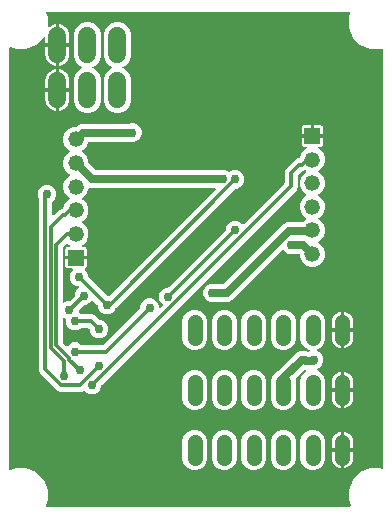
<source format=gbr>
G04 EAGLE Gerber X2 export*
%TF.Part,Single*%
%TF.FileFunction,Copper,L2,Bot,Mixed*%
%TF.FilePolarity,Positive*%
%TF.GenerationSoftware,Autodesk,EAGLE,9.1.0*%
%TF.CreationDate,2018-12-20T05:45:18Z*%
G75*
%MOMM*%
%FSLAX34Y34*%
%LPD*%
%AMOC8*
5,1,8,0,0,1.08239X$1,22.5*%
G01*
%ADD10R,1.320800X1.320800*%
%ADD11C,1.320800*%
%ADD12C,1.308000*%
%ADD13C,1.524000*%
%ADD14C,0.756400*%
%ADD15C,0.700000*%
%ADD16C,0.300000*%

G36*
X298454Y10168D02*
X298454Y10168D01*
X298500Y10166D01*
X298574Y10188D01*
X298651Y10200D01*
X298692Y10222D01*
X298736Y10235D01*
X298800Y10279D01*
X298869Y10316D01*
X298900Y10349D01*
X298938Y10375D01*
X298984Y10438D01*
X299038Y10494D01*
X299057Y10536D01*
X299085Y10572D01*
X299109Y10646D01*
X299142Y10717D01*
X299147Y10763D01*
X299161Y10806D01*
X299160Y10884D01*
X299169Y10961D01*
X299159Y11006D01*
X299159Y11052D01*
X299120Y11184D01*
X299116Y11202D01*
X299114Y11206D01*
X299112Y11213D01*
X297339Y15493D01*
X297339Y24507D01*
X300789Y32836D01*
X307164Y39211D01*
X315493Y42661D01*
X324507Y42661D01*
X325687Y42172D01*
X325731Y42162D01*
X325773Y42142D01*
X325850Y42134D01*
X325926Y42116D01*
X325972Y42120D01*
X326017Y42115D01*
X326094Y42132D01*
X326171Y42139D01*
X326213Y42158D01*
X326258Y42168D01*
X326325Y42208D01*
X326396Y42239D01*
X326430Y42270D01*
X326469Y42294D01*
X326520Y42353D01*
X326577Y42406D01*
X326599Y42446D01*
X326629Y42481D01*
X326658Y42553D01*
X326695Y42621D01*
X326704Y42666D01*
X326721Y42709D01*
X326736Y42845D01*
X326739Y42863D01*
X326738Y42868D01*
X326739Y42876D01*
X326739Y397124D01*
X326732Y397170D01*
X326734Y397216D01*
X326712Y397290D01*
X326700Y397367D01*
X326678Y397408D01*
X326665Y397452D01*
X326621Y397516D01*
X326584Y397585D01*
X326551Y397616D01*
X326525Y397654D01*
X326463Y397700D01*
X326406Y397754D01*
X326364Y397773D01*
X326328Y397801D01*
X326254Y397825D01*
X326183Y397858D01*
X326137Y397863D01*
X326094Y397877D01*
X326016Y397876D01*
X325939Y397885D01*
X325894Y397875D01*
X325848Y397874D01*
X325716Y397836D01*
X325698Y397832D01*
X325694Y397830D01*
X325687Y397828D01*
X324507Y397339D01*
X315493Y397339D01*
X307164Y400789D01*
X300789Y407164D01*
X297339Y415493D01*
X297339Y424507D01*
X298698Y427787D01*
X298708Y427831D01*
X298727Y427873D01*
X298736Y427950D01*
X298754Y428026D01*
X298749Y428072D01*
X298754Y428117D01*
X298738Y428194D01*
X298731Y428271D01*
X298712Y428313D01*
X298702Y428358D01*
X298662Y428425D01*
X298631Y428496D01*
X298600Y428530D01*
X298576Y428569D01*
X298517Y428620D01*
X298464Y428677D01*
X298424Y428699D01*
X298389Y428729D01*
X298317Y428758D01*
X298249Y428795D01*
X298204Y428804D01*
X298161Y428821D01*
X298025Y428836D01*
X298007Y428839D01*
X298002Y428838D01*
X297994Y428839D01*
X42006Y428839D01*
X41960Y428832D01*
X41915Y428834D01*
X41840Y428812D01*
X41763Y428800D01*
X41722Y428778D01*
X41678Y428765D01*
X41614Y428721D01*
X41546Y428684D01*
X41514Y428651D01*
X41476Y428625D01*
X41430Y428562D01*
X41376Y428506D01*
X41357Y428464D01*
X41330Y428428D01*
X41305Y428354D01*
X41273Y428283D01*
X41268Y428237D01*
X41253Y428194D01*
X41254Y428116D01*
X41246Y428039D01*
X41255Y427994D01*
X41256Y427948D01*
X41294Y427816D01*
X41298Y427798D01*
X41300Y427794D01*
X41302Y427787D01*
X42661Y424507D01*
X42661Y416688D01*
X42672Y416617D01*
X42674Y416546D01*
X42692Y416497D01*
X42700Y416445D01*
X42734Y416382D01*
X42759Y416315D01*
X42791Y416274D01*
X42816Y416228D01*
X42867Y416179D01*
X42912Y416122D01*
X42956Y416094D01*
X42994Y416058D01*
X43059Y416028D01*
X43119Y415990D01*
X43170Y415977D01*
X43217Y415955D01*
X43288Y415947D01*
X43358Y415929D01*
X43410Y415934D01*
X43461Y415928D01*
X43532Y415943D01*
X43603Y415949D01*
X43651Y415969D01*
X43702Y415980D01*
X43763Y416017D01*
X43829Y416045D01*
X43885Y416090D01*
X43913Y416106D01*
X43928Y416124D01*
X43960Y416150D01*
X44181Y416370D01*
X45475Y417310D01*
X46900Y418036D01*
X48421Y418531D01*
X49277Y418666D01*
X49277Y402523D01*
X40639Y402523D01*
X40639Y406785D01*
X40637Y406800D01*
X40638Y406811D01*
X40625Y406872D01*
X40623Y406882D01*
X40614Y406979D01*
X40604Y407002D01*
X40600Y407028D01*
X40554Y407114D01*
X40514Y407203D01*
X40497Y407222D01*
X40484Y407245D01*
X40414Y407312D01*
X40348Y407384D01*
X40325Y407397D01*
X40306Y407415D01*
X40218Y407456D01*
X40132Y407503D01*
X40107Y407507D01*
X40083Y407518D01*
X39986Y407529D01*
X39890Y407546D01*
X39864Y407543D01*
X39839Y407545D01*
X39743Y407525D01*
X39647Y407511D01*
X39624Y407499D01*
X39598Y407493D01*
X39514Y407443D01*
X39428Y407399D01*
X39409Y407380D01*
X39387Y407367D01*
X39324Y407293D01*
X39255Y407223D01*
X39240Y407195D01*
X39227Y407180D01*
X32836Y400789D01*
X24507Y397339D01*
X15493Y397339D01*
X11213Y399112D01*
X11169Y399122D01*
X11127Y399142D01*
X11050Y399150D01*
X10974Y399168D01*
X10928Y399164D01*
X10883Y399169D01*
X10806Y399152D01*
X10729Y399145D01*
X10687Y399126D01*
X10642Y399116D01*
X10575Y399076D01*
X10504Y399045D01*
X10470Y399014D01*
X10431Y398990D01*
X10380Y398931D01*
X10323Y398878D01*
X10301Y398838D01*
X10271Y398803D01*
X10242Y398731D01*
X10205Y398663D01*
X10197Y398620D01*
X10189Y398603D01*
X10188Y398598D01*
X10179Y398575D01*
X10164Y398439D01*
X10161Y398421D01*
X10162Y398416D01*
X10161Y398408D01*
X10161Y41592D01*
X10168Y41546D01*
X10166Y41500D01*
X10188Y41426D01*
X10200Y41349D01*
X10222Y41308D01*
X10235Y41264D01*
X10279Y41200D01*
X10316Y41131D01*
X10349Y41100D01*
X10375Y41062D01*
X10438Y41016D01*
X10494Y40962D01*
X10536Y40943D01*
X10572Y40915D01*
X10646Y40891D01*
X10717Y40858D01*
X10763Y40853D01*
X10806Y40839D01*
X10884Y40840D01*
X10961Y40831D01*
X11006Y40841D01*
X11052Y40841D01*
X11184Y40880D01*
X11202Y40884D01*
X11206Y40886D01*
X11213Y40888D01*
X15493Y42661D01*
X24507Y42661D01*
X32836Y39211D01*
X39211Y32836D01*
X42661Y24507D01*
X42661Y15493D01*
X40888Y11213D01*
X40878Y11169D01*
X40858Y11127D01*
X40850Y11050D01*
X40832Y10974D01*
X40836Y10928D01*
X40831Y10883D01*
X40848Y10806D01*
X40855Y10729D01*
X40874Y10687D01*
X40884Y10642D01*
X40924Y10575D01*
X40955Y10504D01*
X40986Y10470D01*
X41010Y10431D01*
X41069Y10380D01*
X41122Y10323D01*
X41162Y10301D01*
X41197Y10271D01*
X41269Y10242D01*
X41337Y10205D01*
X41382Y10196D01*
X41425Y10179D01*
X41561Y10164D01*
X41579Y10161D01*
X41584Y10162D01*
X41592Y10161D01*
X298408Y10161D01*
X298454Y10168D01*
G37*
%LPC*%
G36*
X78740Y105253D02*
X78740Y105253D01*
X75856Y106448D01*
X74092Y108212D01*
X73998Y108280D01*
X73903Y108350D01*
X73897Y108352D01*
X73892Y108356D01*
X73781Y108390D01*
X73669Y108427D01*
X73663Y108426D01*
X73657Y108428D01*
X73540Y108425D01*
X73423Y108424D01*
X73416Y108422D01*
X73411Y108422D01*
X73393Y108416D01*
X73262Y108377D01*
X71229Y107535D01*
X53181Y107535D01*
X51136Y108382D01*
X35998Y123520D01*
X35151Y125565D01*
X35151Y270342D01*
X35141Y270407D01*
X35140Y270472D01*
X35117Y270552D01*
X35112Y270585D01*
X35102Y270602D01*
X35093Y270633D01*
X34000Y273272D01*
X34000Y276394D01*
X35195Y279278D01*
X37402Y281485D01*
X40286Y282680D01*
X43408Y282680D01*
X46292Y281485D01*
X48499Y279278D01*
X49694Y276394D01*
X49694Y273272D01*
X48499Y270388D01*
X46504Y268393D01*
X46451Y268319D01*
X46391Y268249D01*
X46379Y268219D01*
X46360Y268193D01*
X46333Y268106D01*
X46299Y268021D01*
X46295Y267980D01*
X46288Y267958D01*
X46289Y267926D01*
X46281Y267854D01*
X46281Y257306D01*
X46292Y257236D01*
X46294Y257164D01*
X46312Y257115D01*
X46320Y257064D01*
X46354Y257000D01*
X46379Y256933D01*
X46411Y256892D01*
X46436Y256846D01*
X46488Y256797D01*
X46532Y256741D01*
X46576Y256713D01*
X46614Y256677D01*
X46679Y256647D01*
X46739Y256608D01*
X46790Y256595D01*
X46837Y256573D01*
X46908Y256565D01*
X46978Y256548D01*
X47030Y256552D01*
X47081Y256546D01*
X47152Y256561D01*
X47223Y256567D01*
X47271Y256587D01*
X47322Y256598D01*
X47383Y256635D01*
X47449Y256663D01*
X47505Y256708D01*
X47533Y256724D01*
X47548Y256742D01*
X47580Y256768D01*
X50594Y259782D01*
X52267Y261455D01*
X54312Y262302D01*
X55061Y262302D01*
X55151Y262316D01*
X55242Y262324D01*
X55271Y262336D01*
X55303Y262341D01*
X55344Y262363D01*
X55350Y262364D01*
X55375Y262379D01*
X55384Y262384D01*
X55468Y262420D01*
X55500Y262446D01*
X55521Y262457D01*
X55543Y262480D01*
X55561Y262491D01*
X55571Y262502D01*
X55599Y262525D01*
X55608Y262534D01*
X55652Y262594D01*
X55690Y262635D01*
X55697Y262649D01*
X55721Y262677D01*
X55733Y262708D01*
X55752Y262734D01*
X55779Y262821D01*
X55792Y262855D01*
X55794Y262858D01*
X55794Y262859D01*
X55813Y262906D01*
X55817Y262947D01*
X55824Y262969D01*
X55823Y263001D01*
X55831Y263072D01*
X55831Y263122D01*
X57455Y267043D01*
X60457Y270045D01*
X61065Y270297D01*
X61126Y270334D01*
X61192Y270364D01*
X61230Y270399D01*
X61274Y270426D01*
X61320Y270482D01*
X61373Y270530D01*
X61398Y270576D01*
X61431Y270616D01*
X61457Y270683D01*
X61492Y270746D01*
X61501Y270797D01*
X61520Y270845D01*
X61523Y270917D01*
X61535Y270988D01*
X61528Y271039D01*
X61530Y271091D01*
X61510Y271160D01*
X61500Y271231D01*
X61476Y271277D01*
X61461Y271327D01*
X61421Y271386D01*
X61388Y271450D01*
X61351Y271487D01*
X61321Y271529D01*
X61264Y271572D01*
X61212Y271622D01*
X61150Y271657D01*
X61124Y271676D01*
X61101Y271683D01*
X61065Y271703D01*
X60457Y271955D01*
X57455Y274957D01*
X55831Y278878D01*
X55831Y283122D01*
X57455Y287043D01*
X60457Y290045D01*
X61065Y290297D01*
X61126Y290334D01*
X61192Y290364D01*
X61230Y290399D01*
X61274Y290426D01*
X61320Y290482D01*
X61373Y290530D01*
X61398Y290576D01*
X61431Y290616D01*
X61457Y290683D01*
X61492Y290746D01*
X61501Y290797D01*
X61520Y290845D01*
X61523Y290917D01*
X61535Y290988D01*
X61528Y291039D01*
X61530Y291091D01*
X61510Y291160D01*
X61500Y291231D01*
X61476Y291277D01*
X61461Y291327D01*
X61421Y291386D01*
X61388Y291450D01*
X61351Y291487D01*
X61321Y291529D01*
X61264Y291572D01*
X61212Y291622D01*
X61150Y291657D01*
X61124Y291676D01*
X61101Y291683D01*
X61065Y291703D01*
X60457Y291955D01*
X57455Y294957D01*
X55831Y298878D01*
X55831Y303122D01*
X57455Y307043D01*
X60457Y310045D01*
X61065Y310297D01*
X61126Y310334D01*
X61192Y310364D01*
X61230Y310399D01*
X61274Y310426D01*
X61320Y310482D01*
X61373Y310530D01*
X61398Y310576D01*
X61431Y310616D01*
X61457Y310683D01*
X61492Y310746D01*
X61501Y310797D01*
X61520Y310845D01*
X61523Y310917D01*
X61535Y310988D01*
X61528Y311039D01*
X61530Y311091D01*
X61510Y311160D01*
X61500Y311231D01*
X61476Y311277D01*
X61461Y311327D01*
X61421Y311386D01*
X61388Y311450D01*
X61351Y311487D01*
X61321Y311529D01*
X61264Y311572D01*
X61212Y311622D01*
X61150Y311657D01*
X61124Y311676D01*
X61101Y311683D01*
X61065Y311703D01*
X60457Y311955D01*
X57455Y314957D01*
X55831Y318878D01*
X55831Y323122D01*
X57455Y327043D01*
X60457Y330045D01*
X64378Y331669D01*
X66180Y331669D01*
X66270Y331683D01*
X66361Y331691D01*
X66391Y331703D01*
X66423Y331708D01*
X66504Y331751D01*
X66588Y331787D01*
X66620Y331813D01*
X66640Y331824D01*
X66663Y331847D01*
X66719Y331892D01*
X68099Y333272D01*
X70879Y334424D01*
X111838Y334424D01*
X111903Y334434D01*
X111968Y334435D01*
X112048Y334458D01*
X112081Y334463D01*
X112098Y334473D01*
X112129Y334482D01*
X112670Y334706D01*
X115792Y334706D01*
X118676Y333511D01*
X120883Y331304D01*
X122078Y328420D01*
X122078Y325298D01*
X120883Y322414D01*
X118676Y320207D01*
X115792Y319012D01*
X112670Y319012D01*
X112129Y319236D01*
X112066Y319251D01*
X112005Y319276D01*
X111922Y319285D01*
X111890Y319292D01*
X111871Y319291D01*
X111838Y319294D01*
X77850Y319294D01*
X77735Y319275D01*
X77619Y319258D01*
X77613Y319256D01*
X77607Y319255D01*
X77504Y319200D01*
X77400Y319147D01*
X77395Y319142D01*
X77390Y319139D01*
X77310Y319055D01*
X77227Y318971D01*
X77224Y318965D01*
X77220Y318961D01*
X77213Y318944D01*
X77147Y318824D01*
X75545Y314957D01*
X72543Y311955D01*
X71935Y311703D01*
X71874Y311666D01*
X71808Y311636D01*
X71770Y311601D01*
X71725Y311574D01*
X71680Y311518D01*
X71627Y311470D01*
X71602Y311424D01*
X71569Y311384D01*
X71543Y311317D01*
X71508Y311254D01*
X71499Y311203D01*
X71480Y311155D01*
X71477Y311083D01*
X71465Y311012D01*
X71472Y310961D01*
X71470Y310909D01*
X71490Y310840D01*
X71500Y310769D01*
X71524Y310723D01*
X71539Y310673D01*
X71579Y310614D01*
X71612Y310550D01*
X71649Y310513D01*
X71679Y310471D01*
X71736Y310428D01*
X71788Y310378D01*
X71850Y310343D01*
X71876Y310324D01*
X71899Y310316D01*
X71935Y310297D01*
X72543Y310045D01*
X75545Y307043D01*
X77169Y303122D01*
X77169Y301420D01*
X77183Y301330D01*
X77191Y301239D01*
X77203Y301209D01*
X77208Y301177D01*
X77251Y301096D01*
X77287Y301012D01*
X77313Y300980D01*
X77324Y300960D01*
X77347Y300937D01*
X77392Y300881D01*
X83211Y295062D01*
X83285Y295009D01*
X83355Y294949D01*
X83385Y294937D01*
X83411Y294918D01*
X83498Y294891D01*
X83583Y294857D01*
X83624Y294853D01*
X83646Y294846D01*
X83678Y294847D01*
X83750Y294839D01*
X188746Y294839D01*
X188811Y294849D01*
X188876Y294850D01*
X188956Y294873D01*
X188989Y294878D01*
X189006Y294888D01*
X189037Y294897D01*
X189578Y295121D01*
X192700Y295121D01*
X195584Y293926D01*
X195690Y293820D01*
X195706Y293808D01*
X195719Y293793D01*
X195806Y293736D01*
X195890Y293676D01*
X195909Y293670D01*
X195926Y293660D01*
X196026Y293634D01*
X196125Y293604D01*
X196145Y293604D01*
X196164Y293599D01*
X196267Y293608D01*
X196371Y293610D01*
X196390Y293617D01*
X196410Y293619D01*
X196504Y293659D01*
X196602Y293695D01*
X196618Y293707D01*
X196636Y293715D01*
X196767Y293820D01*
X196873Y293926D01*
X199757Y295121D01*
X202879Y295121D01*
X205763Y293926D01*
X207970Y291719D01*
X209165Y288835D01*
X209165Y285713D01*
X207970Y282829D01*
X205763Y280622D01*
X202879Y279427D01*
X201656Y279427D01*
X201566Y279413D01*
X201475Y279405D01*
X201446Y279393D01*
X201414Y279388D01*
X201333Y279345D01*
X201249Y279309D01*
X201217Y279283D01*
X201196Y279272D01*
X201174Y279249D01*
X201118Y279204D01*
X100184Y178270D01*
X100146Y178217D01*
X100100Y178170D01*
X100059Y178097D01*
X100040Y178070D01*
X100034Y178052D01*
X100019Y178023D01*
X99394Y176515D01*
X97187Y174308D01*
X94303Y173113D01*
X91181Y173113D01*
X88297Y174308D01*
X86090Y176515D01*
X84895Y179399D01*
X84895Y180622D01*
X84881Y180712D01*
X84873Y180803D01*
X84861Y180832D01*
X84856Y180864D01*
X84813Y180945D01*
X84777Y181029D01*
X84751Y181061D01*
X84740Y181082D01*
X84717Y181104D01*
X84672Y181160D01*
X81322Y184510D01*
X81306Y184522D01*
X81293Y184538D01*
X81206Y184594D01*
X81122Y184654D01*
X81103Y184660D01*
X81086Y184671D01*
X80986Y184696D01*
X80887Y184726D01*
X80867Y184726D01*
X80848Y184731D01*
X80745Y184723D01*
X80641Y184720D01*
X80622Y184713D01*
X80603Y184712D01*
X80508Y184671D01*
X80410Y184635D01*
X80395Y184623D01*
X80376Y184615D01*
X80245Y184510D01*
X77960Y182225D01*
X75076Y181030D01*
X73853Y181030D01*
X73763Y181016D01*
X73672Y181008D01*
X73643Y180996D01*
X73611Y180991D01*
X73530Y180948D01*
X73446Y180912D01*
X73414Y180886D01*
X73393Y180875D01*
X73371Y180852D01*
X73315Y180807D01*
X69144Y176636D01*
X69099Y176574D01*
X69068Y176541D01*
X69062Y176529D01*
X69031Y176493D01*
X69019Y176462D01*
X69000Y176436D01*
X68973Y176349D01*
X68939Y176264D01*
X68935Y176223D01*
X68928Y176201D01*
X68929Y176169D01*
X68921Y176098D01*
X68921Y175014D01*
X68940Y174899D01*
X68957Y174783D01*
X68959Y174777D01*
X68960Y174771D01*
X69015Y174669D01*
X69068Y174563D01*
X69073Y174559D01*
X69076Y174553D01*
X69160Y174473D01*
X69244Y174391D01*
X69250Y174388D01*
X69254Y174384D01*
X69271Y174376D01*
X69391Y174310D01*
X70043Y174040D01*
X70907Y173176D01*
X70981Y173123D01*
X71051Y173063D01*
X71081Y173051D01*
X71107Y173032D01*
X71194Y173005D01*
X71279Y172971D01*
X71320Y172967D01*
X71342Y172960D01*
X71374Y172961D01*
X71446Y172953D01*
X80277Y172953D01*
X82322Y172106D01*
X83995Y170433D01*
X85756Y168672D01*
X85830Y168619D01*
X85899Y168559D01*
X85930Y168547D01*
X85956Y168528D01*
X86043Y168501D01*
X86128Y168467D01*
X86169Y168463D01*
X86191Y168456D01*
X86223Y168457D01*
X86294Y168449D01*
X87517Y168449D01*
X90401Y167254D01*
X92608Y165047D01*
X93803Y162163D01*
X93803Y159041D01*
X92608Y156157D01*
X90401Y153950D01*
X87517Y152755D01*
X84395Y152755D01*
X81511Y153950D01*
X79304Y156157D01*
X78109Y159041D01*
X78109Y160264D01*
X78095Y160354D01*
X78087Y160445D01*
X78075Y160474D01*
X78070Y160506D01*
X78027Y160587D01*
X77991Y160671D01*
X77965Y160703D01*
X77954Y160724D01*
X77931Y160746D01*
X77886Y160802D01*
X77088Y161600D01*
X77014Y161653D01*
X76945Y161713D01*
X76914Y161725D01*
X76888Y161744D01*
X76801Y161771D01*
X76716Y161805D01*
X76675Y161809D01*
X76653Y161816D01*
X76621Y161815D01*
X76550Y161823D01*
X71446Y161823D01*
X71355Y161809D01*
X71265Y161801D01*
X71235Y161789D01*
X71203Y161784D01*
X71122Y161741D01*
X71038Y161705D01*
X71006Y161679D01*
X70985Y161668D01*
X70963Y161645D01*
X70907Y161600D01*
X70043Y160736D01*
X67159Y159541D01*
X64037Y159541D01*
X61153Y160736D01*
X58946Y162943D01*
X57751Y165827D01*
X57751Y168810D01*
X57732Y168925D01*
X57715Y169041D01*
X57713Y169047D01*
X57712Y169053D01*
X57657Y169155D01*
X57604Y169261D01*
X57599Y169265D01*
X57596Y169271D01*
X57512Y169351D01*
X57428Y169433D01*
X57422Y169436D01*
X57418Y169440D01*
X57401Y169448D01*
X57281Y169514D01*
X56629Y169784D01*
X56628Y169785D01*
X56570Y169827D01*
X56518Y169876D01*
X56471Y169898D01*
X56429Y169928D01*
X56360Y169949D01*
X56295Y169980D01*
X56243Y169985D01*
X56194Y170001D01*
X56122Y169999D01*
X56051Y170007D01*
X56000Y169996D01*
X55948Y169994D01*
X55880Y169970D01*
X55810Y169954D01*
X55765Y169928D01*
X55717Y169910D01*
X55661Y169865D01*
X55599Y169828D01*
X55565Y169789D01*
X55525Y169756D01*
X55486Y169696D01*
X55439Y169641D01*
X55420Y169593D01*
X55392Y169549D01*
X55374Y169480D01*
X55347Y169413D01*
X55339Y169342D01*
X55331Y169311D01*
X55333Y169287D01*
X55329Y169247D01*
X55329Y149650D01*
X55343Y149560D01*
X55351Y149469D01*
X55363Y149440D01*
X55368Y149408D01*
X55411Y149327D01*
X55447Y149243D01*
X55473Y149211D01*
X55484Y149190D01*
X55507Y149168D01*
X55552Y149112D01*
X58357Y146307D01*
X58373Y146295D01*
X58385Y146280D01*
X58472Y146224D01*
X58556Y146164D01*
X58575Y146158D01*
X58592Y146147D01*
X58693Y146122D01*
X58791Y146091D01*
X58811Y146092D01*
X58831Y146087D01*
X58934Y146095D01*
X59037Y146098D01*
X59056Y146104D01*
X59076Y146106D01*
X59171Y146146D01*
X59268Y146182D01*
X59284Y146195D01*
X59302Y146202D01*
X59433Y146307D01*
X61153Y148027D01*
X64037Y149222D01*
X67159Y149222D01*
X70043Y148027D01*
X70907Y147163D01*
X70981Y147110D01*
X71051Y147050D01*
X71081Y147038D01*
X71107Y147019D01*
X71194Y146992D01*
X71279Y146958D01*
X71320Y146954D01*
X71342Y146947D01*
X71374Y146948D01*
X71446Y146940D01*
X88991Y146940D01*
X89081Y146954D01*
X89172Y146962D01*
X89201Y146974D01*
X89233Y146979D01*
X89314Y147022D01*
X89398Y147058D01*
X89430Y147084D01*
X89451Y147095D01*
X89473Y147118D01*
X89529Y147163D01*
X120864Y178498D01*
X120917Y178572D01*
X120977Y178641D01*
X120989Y178672D01*
X121008Y178698D01*
X121035Y178785D01*
X121069Y178870D01*
X121073Y178911D01*
X121080Y178933D01*
X121079Y178965D01*
X121087Y179036D01*
X121087Y180259D01*
X122282Y183143D01*
X124489Y185350D01*
X127373Y186545D01*
X130495Y186545D01*
X133379Y185350D01*
X135586Y183143D01*
X136781Y180259D01*
X136781Y179287D01*
X136792Y179217D01*
X136794Y179145D01*
X136812Y179096D01*
X136820Y179045D01*
X136854Y178981D01*
X136879Y178914D01*
X136911Y178873D01*
X136936Y178827D01*
X136987Y178778D01*
X137032Y178722D01*
X137076Y178694D01*
X137114Y178658D01*
X137179Y178628D01*
X137239Y178589D01*
X137290Y178576D01*
X137337Y178554D01*
X137408Y178546D01*
X137478Y178529D01*
X137530Y178533D01*
X137581Y178527D01*
X137652Y178542D01*
X137723Y178548D01*
X137771Y178568D01*
X137822Y178579D01*
X137883Y178616D01*
X137949Y178644D01*
X138005Y178689D01*
X138033Y178705D01*
X138048Y178723D01*
X138080Y178749D01*
X139836Y180505D01*
X139848Y180521D01*
X139863Y180533D01*
X139919Y180621D01*
X139979Y180704D01*
X139985Y180723D01*
X139996Y180740D01*
X140021Y180841D01*
X140052Y180939D01*
X140051Y180959D01*
X140056Y180979D01*
X140048Y181082D01*
X140045Y181185D01*
X140039Y181204D01*
X140037Y181224D01*
X139997Y181319D01*
X139961Y181416D01*
X139948Y181432D01*
X139941Y181450D01*
X139836Y181581D01*
X138116Y183301D01*
X136921Y186185D01*
X136921Y189307D01*
X138116Y192191D01*
X140323Y194398D01*
X143207Y195593D01*
X144430Y195593D01*
X144520Y195607D01*
X144611Y195615D01*
X144640Y195627D01*
X144672Y195632D01*
X144753Y195675D01*
X144837Y195711D01*
X144869Y195737D01*
X144890Y195748D01*
X144912Y195771D01*
X144968Y195816D01*
X193248Y244096D01*
X193291Y244156D01*
X193331Y244198D01*
X193338Y244213D01*
X193361Y244239D01*
X193373Y244270D01*
X193392Y244296D01*
X193419Y244383D01*
X193430Y244410D01*
X193435Y244421D01*
X193435Y244423D01*
X193453Y244468D01*
X193457Y244509D01*
X193464Y244531D01*
X193463Y244563D01*
X193471Y244634D01*
X193471Y245857D01*
X194666Y248741D01*
X196873Y250948D01*
X199757Y252143D01*
X202879Y252143D01*
X205763Y250948D01*
X207483Y249228D01*
X207499Y249216D01*
X207511Y249201D01*
X207599Y249145D01*
X207683Y249085D01*
X207702Y249079D01*
X207718Y249068D01*
X207819Y249043D01*
X207918Y249012D01*
X207938Y249013D01*
X207957Y249008D01*
X208060Y249016D01*
X208164Y249019D01*
X208182Y249025D01*
X208202Y249027D01*
X208297Y249067D01*
X208395Y249103D01*
X208410Y249116D01*
X208428Y249123D01*
X208559Y249228D01*
X243032Y283701D01*
X243078Y283765D01*
X243095Y283783D01*
X243098Y283790D01*
X243145Y283844D01*
X243157Y283875D01*
X243176Y283901D01*
X243203Y283988D01*
X243237Y284073D01*
X243241Y284114D01*
X243248Y284136D01*
X243247Y284168D01*
X243255Y284239D01*
X243255Y294036D01*
X244102Y296081D01*
X252454Y304433D01*
X254499Y305280D01*
X255248Y305280D01*
X255338Y305294D01*
X255429Y305302D01*
X255458Y305314D01*
X255490Y305319D01*
X255571Y305362D01*
X255655Y305398D01*
X255687Y305424D01*
X255708Y305435D01*
X255730Y305458D01*
X255755Y305478D01*
X255761Y305482D01*
X255764Y305485D01*
X255786Y305503D01*
X255808Y305525D01*
X255854Y305588D01*
X255877Y305613D01*
X255882Y305623D01*
X255921Y305668D01*
X255933Y305699D01*
X255952Y305725D01*
X255979Y305812D01*
X256013Y305897D01*
X256017Y305938D01*
X256024Y305960D01*
X256023Y305992D01*
X256031Y306063D01*
X256031Y306122D01*
X257655Y310043D01*
X260657Y313045D01*
X261492Y313391D01*
X261575Y313442D01*
X261661Y313488D01*
X261679Y313507D01*
X261701Y313520D01*
X261764Y313595D01*
X261831Y313666D01*
X261842Y313690D01*
X261858Y313710D01*
X261893Y313801D01*
X261934Y313889D01*
X261937Y313915D01*
X261947Y313939D01*
X261951Y314037D01*
X261961Y314133D01*
X261956Y314159D01*
X261957Y314185D01*
X261930Y314279D01*
X261909Y314374D01*
X261896Y314396D01*
X261888Y314421D01*
X261833Y314501D01*
X261783Y314585D01*
X261763Y314602D01*
X261748Y314623D01*
X261670Y314682D01*
X261596Y314745D01*
X261572Y314755D01*
X261551Y314770D01*
X261458Y314800D01*
X261368Y314837D01*
X261335Y314840D01*
X261317Y314846D01*
X261284Y314846D01*
X261201Y314855D01*
X259762Y314855D01*
X259115Y315028D01*
X258536Y315363D01*
X258063Y315836D01*
X257728Y316415D01*
X257555Y317062D01*
X257555Y322477D01*
X265938Y322477D01*
X265958Y322480D01*
X265977Y322478D01*
X266079Y322500D01*
X266181Y322517D01*
X266198Y322526D01*
X266218Y322530D01*
X266307Y322583D01*
X266398Y322632D01*
X266412Y322646D01*
X266429Y322656D01*
X266496Y322735D01*
X266567Y322810D01*
X266576Y322828D01*
X266589Y322843D01*
X266627Y322939D01*
X266671Y323033D01*
X266673Y323053D01*
X266681Y323071D01*
X266699Y323238D01*
X266699Y324001D01*
X266701Y324001D01*
X266701Y323238D01*
X266704Y323218D01*
X266702Y323199D01*
X266724Y323097D01*
X266741Y322995D01*
X266750Y322978D01*
X266754Y322958D01*
X266807Y322869D01*
X266856Y322778D01*
X266870Y322764D01*
X266880Y322747D01*
X266959Y322680D01*
X267034Y322609D01*
X267052Y322600D01*
X267067Y322587D01*
X267163Y322548D01*
X267257Y322505D01*
X267277Y322503D01*
X267295Y322495D01*
X267462Y322477D01*
X275845Y322477D01*
X275845Y317062D01*
X275672Y316415D01*
X275337Y315836D01*
X274864Y315363D01*
X274285Y315028D01*
X273638Y314855D01*
X272199Y314855D01*
X272103Y314840D01*
X272006Y314830D01*
X271982Y314820D01*
X271956Y314816D01*
X271870Y314770D01*
X271781Y314730D01*
X271762Y314713D01*
X271739Y314700D01*
X271672Y314630D01*
X271600Y314564D01*
X271587Y314541D01*
X271569Y314522D01*
X271528Y314434D01*
X271481Y314348D01*
X271477Y314323D01*
X271466Y314299D01*
X271455Y314202D01*
X271438Y314106D01*
X271442Y314080D01*
X271439Y314055D01*
X271459Y313960D01*
X271473Y313863D01*
X271485Y313840D01*
X271491Y313814D01*
X271541Y313730D01*
X271585Y313644D01*
X271604Y313626D01*
X271617Y313603D01*
X271691Y313540D01*
X271761Y313472D01*
X271789Y313456D01*
X271804Y313443D01*
X271835Y313431D01*
X271908Y313391D01*
X272743Y313045D01*
X275745Y310043D01*
X277369Y306122D01*
X277369Y301878D01*
X275745Y297957D01*
X272743Y294955D01*
X272135Y294703D01*
X272074Y294666D01*
X272008Y294636D01*
X271970Y294601D01*
X271926Y294574D01*
X271880Y294518D01*
X271827Y294470D01*
X271802Y294424D01*
X271769Y294384D01*
X271743Y294317D01*
X271708Y294254D01*
X271699Y294203D01*
X271680Y294155D01*
X271677Y294083D01*
X271665Y294012D01*
X271672Y293961D01*
X271670Y293909D01*
X271690Y293840D01*
X271700Y293769D01*
X271724Y293723D01*
X271739Y293673D01*
X271779Y293614D01*
X271812Y293550D01*
X271849Y293513D01*
X271879Y293471D01*
X271936Y293428D01*
X271988Y293378D01*
X272050Y293343D01*
X272076Y293324D01*
X272099Y293317D01*
X272135Y293297D01*
X272743Y293045D01*
X275745Y290043D01*
X277369Y286122D01*
X277369Y281878D01*
X275745Y277957D01*
X272743Y274955D01*
X272135Y274703D01*
X272074Y274666D01*
X272008Y274636D01*
X271970Y274601D01*
X271926Y274574D01*
X271880Y274518D01*
X271827Y274470D01*
X271802Y274424D01*
X271769Y274384D01*
X271743Y274317D01*
X271708Y274254D01*
X271699Y274203D01*
X271680Y274155D01*
X271677Y274083D01*
X271665Y274012D01*
X271672Y273961D01*
X271670Y273909D01*
X271690Y273840D01*
X271700Y273769D01*
X271724Y273723D01*
X271739Y273673D01*
X271779Y273614D01*
X271812Y273550D01*
X271849Y273513D01*
X271879Y273471D01*
X271936Y273428D01*
X271988Y273378D01*
X272050Y273343D01*
X272076Y273324D01*
X272099Y273317D01*
X272135Y273297D01*
X272743Y273045D01*
X275745Y270043D01*
X277369Y266122D01*
X277369Y261878D01*
X275745Y257957D01*
X272743Y254955D01*
X272135Y254703D01*
X272074Y254666D01*
X272008Y254636D01*
X271970Y254601D01*
X271926Y254574D01*
X271880Y254518D01*
X271827Y254470D01*
X271802Y254424D01*
X271769Y254384D01*
X271743Y254317D01*
X271708Y254254D01*
X271699Y254203D01*
X271680Y254155D01*
X271677Y254083D01*
X271665Y254012D01*
X271672Y253961D01*
X271670Y253909D01*
X271690Y253840D01*
X271700Y253769D01*
X271724Y253723D01*
X271739Y253673D01*
X271779Y253614D01*
X271812Y253550D01*
X271849Y253513D01*
X271879Y253471D01*
X271936Y253428D01*
X271988Y253378D01*
X272050Y253343D01*
X272076Y253324D01*
X272099Y253317D01*
X272135Y253297D01*
X272743Y253045D01*
X275745Y250043D01*
X277369Y246122D01*
X277369Y241878D01*
X275745Y237957D01*
X272743Y234955D01*
X272135Y234703D01*
X272074Y234666D01*
X272008Y234636D01*
X271970Y234601D01*
X271926Y234574D01*
X271880Y234518D01*
X271827Y234470D01*
X271802Y234424D01*
X271769Y234384D01*
X271743Y234317D01*
X271708Y234254D01*
X271699Y234203D01*
X271680Y234155D01*
X271677Y234083D01*
X271665Y234012D01*
X271672Y233961D01*
X271670Y233909D01*
X271690Y233840D01*
X271700Y233769D01*
X271724Y233723D01*
X271739Y233673D01*
X271779Y233614D01*
X271812Y233550D01*
X271849Y233513D01*
X271879Y233471D01*
X271936Y233428D01*
X271988Y233378D01*
X272050Y233343D01*
X272076Y233324D01*
X272099Y233317D01*
X272135Y233297D01*
X272743Y233045D01*
X275745Y230043D01*
X277369Y226122D01*
X277369Y221878D01*
X275745Y217957D01*
X272743Y214955D01*
X268822Y213331D01*
X264578Y213331D01*
X260657Y214955D01*
X257655Y217957D01*
X256031Y221878D01*
X256031Y223529D01*
X256028Y223549D01*
X256030Y223568D01*
X256008Y223670D01*
X255992Y223772D01*
X255982Y223789D01*
X255978Y223809D01*
X255925Y223898D01*
X255876Y223989D01*
X255862Y224003D01*
X255852Y224020D01*
X255773Y224087D01*
X255698Y224159D01*
X255680Y224167D01*
X255665Y224180D01*
X255569Y224219D01*
X255475Y224262D01*
X255455Y224264D01*
X255437Y224272D01*
X255270Y224290D01*
X251213Y224290D01*
X251148Y224280D01*
X251083Y224279D01*
X251003Y224256D01*
X250970Y224251D01*
X250953Y224241D01*
X250922Y224232D01*
X250381Y224008D01*
X247259Y224008D01*
X244375Y225203D01*
X242373Y227205D01*
X242357Y227217D01*
X242344Y227232D01*
X242257Y227289D01*
X242173Y227349D01*
X242154Y227355D01*
X242137Y227365D01*
X242037Y227391D01*
X241938Y227421D01*
X241918Y227421D01*
X241899Y227425D01*
X241796Y227417D01*
X241692Y227415D01*
X241673Y227408D01*
X241654Y227406D01*
X241559Y227366D01*
X241461Y227330D01*
X241445Y227318D01*
X241427Y227310D01*
X241296Y227205D01*
X201052Y186961D01*
X198817Y184726D01*
X196037Y183574D01*
X184484Y183574D01*
X184419Y183564D01*
X184354Y183563D01*
X184274Y183540D01*
X184241Y183535D01*
X184224Y183525D01*
X184193Y183516D01*
X183652Y183292D01*
X180530Y183292D01*
X177646Y184487D01*
X175439Y186694D01*
X174244Y189578D01*
X174244Y192700D01*
X175439Y195584D01*
X177646Y197791D01*
X180530Y198986D01*
X183652Y198986D01*
X184193Y198762D01*
X184256Y198747D01*
X184317Y198722D01*
X184400Y198713D01*
X184432Y198706D01*
X184451Y198707D01*
X184484Y198704D01*
X191083Y198704D01*
X191173Y198718D01*
X191264Y198726D01*
X191294Y198738D01*
X191326Y198743D01*
X191407Y198786D01*
X191491Y198822D01*
X191523Y198848D01*
X191543Y198859D01*
X191566Y198882D01*
X191622Y198927D01*
X240038Y247343D01*
X242273Y249578D01*
X245053Y250730D01*
X258027Y250730D01*
X258117Y250744D01*
X258208Y250752D01*
X258237Y250764D01*
X258269Y250769D01*
X258350Y250812D01*
X258434Y250848D01*
X258466Y250874D01*
X258487Y250885D01*
X258509Y250908D01*
X258565Y250953D01*
X260657Y253045D01*
X261265Y253297D01*
X261326Y253334D01*
X261392Y253364D01*
X261430Y253399D01*
X261475Y253426D01*
X261520Y253482D01*
X261573Y253530D01*
X261598Y253576D01*
X261631Y253616D01*
X261657Y253683D01*
X261692Y253746D01*
X261701Y253797D01*
X261720Y253845D01*
X261723Y253917D01*
X261735Y253988D01*
X261728Y254039D01*
X261730Y254091D01*
X261710Y254160D01*
X261700Y254231D01*
X261676Y254277D01*
X261661Y254327D01*
X261621Y254386D01*
X261588Y254450D01*
X261551Y254487D01*
X261521Y254529D01*
X261464Y254572D01*
X261412Y254622D01*
X261350Y254657D01*
X261324Y254676D01*
X261301Y254684D01*
X261265Y254703D01*
X260657Y254955D01*
X257655Y257957D01*
X256031Y261878D01*
X256031Y266122D01*
X257655Y270043D01*
X260657Y273045D01*
X261265Y273297D01*
X261326Y273334D01*
X261392Y273364D01*
X261430Y273399D01*
X261475Y273426D01*
X261520Y273482D01*
X261573Y273530D01*
X261598Y273576D01*
X261631Y273616D01*
X261657Y273683D01*
X261692Y273746D01*
X261701Y273797D01*
X261720Y273845D01*
X261723Y273917D01*
X261735Y273988D01*
X261728Y274039D01*
X261730Y274091D01*
X261710Y274160D01*
X261700Y274231D01*
X261676Y274277D01*
X261661Y274327D01*
X261621Y274386D01*
X261588Y274450D01*
X261551Y274487D01*
X261521Y274529D01*
X261464Y274572D01*
X261412Y274622D01*
X261350Y274657D01*
X261324Y274676D01*
X261301Y274684D01*
X261265Y274703D01*
X260657Y274955D01*
X257655Y277957D01*
X256031Y281878D01*
X256031Y286122D01*
X257655Y290043D01*
X260657Y293045D01*
X261265Y293297D01*
X261326Y293334D01*
X261392Y293364D01*
X261430Y293399D01*
X261475Y293426D01*
X261520Y293481D01*
X261573Y293530D01*
X261598Y293576D01*
X261631Y293616D01*
X261657Y293683D01*
X261692Y293746D01*
X261701Y293797D01*
X261720Y293845D01*
X261723Y293917D01*
X261735Y293988D01*
X261728Y294039D01*
X261730Y294091D01*
X261710Y294160D01*
X261700Y294231D01*
X261676Y294277D01*
X261661Y294327D01*
X261621Y294386D01*
X261588Y294450D01*
X261551Y294487D01*
X261521Y294529D01*
X261464Y294572D01*
X261412Y294622D01*
X261350Y294657D01*
X261324Y294676D01*
X261301Y294684D01*
X261265Y294703D01*
X261079Y294781D01*
X260990Y294801D01*
X260904Y294830D01*
X260871Y294829D01*
X260840Y294837D01*
X260749Y294828D01*
X260658Y294827D01*
X260618Y294816D01*
X260595Y294814D01*
X260565Y294800D01*
X260496Y294781D01*
X258975Y294150D01*
X258226Y294150D01*
X258136Y294136D01*
X258045Y294128D01*
X258016Y294116D01*
X257984Y294111D01*
X257903Y294068D01*
X257819Y294032D01*
X257787Y294006D01*
X257766Y293995D01*
X257744Y293972D01*
X257688Y293927D01*
X254608Y290847D01*
X254555Y290773D01*
X254519Y290732D01*
X254516Y290729D01*
X254516Y290728D01*
X254495Y290704D01*
X254483Y290673D01*
X254464Y290647D01*
X254437Y290560D01*
X254432Y290547D01*
X254413Y290506D01*
X254412Y290497D01*
X254403Y290475D01*
X254399Y290434D01*
X254392Y290412D01*
X254393Y290380D01*
X254385Y290309D01*
X254385Y280512D01*
X253538Y278467D01*
X88371Y113300D01*
X88318Y113226D01*
X88258Y113157D01*
X88246Y113126D01*
X88227Y113100D01*
X88200Y113013D01*
X88166Y112928D01*
X88162Y112887D01*
X88155Y112865D01*
X88156Y112833D01*
X88148Y112762D01*
X88148Y111539D01*
X86953Y108655D01*
X84746Y106448D01*
X81862Y105253D01*
X78740Y105253D01*
G37*
%LPD*%
G36*
X94668Y188758D02*
X94668Y188758D01*
X94785Y188767D01*
X94790Y188769D01*
X94797Y188770D01*
X94904Y188817D01*
X95011Y188863D01*
X95017Y188868D01*
X95021Y188870D01*
X95035Y188882D01*
X95142Y188968D01*
X184584Y278410D01*
X184626Y278468D01*
X184675Y278520D01*
X184697Y278567D01*
X184728Y278609D01*
X184749Y278678D01*
X184779Y278743D01*
X184785Y278795D01*
X184800Y278845D01*
X184798Y278916D01*
X184806Y278987D01*
X184795Y279038D01*
X184794Y279090D01*
X184769Y279158D01*
X184754Y279228D01*
X184727Y279272D01*
X184709Y279321D01*
X184664Y279377D01*
X184628Y279439D01*
X184588Y279473D01*
X184555Y279513D01*
X184495Y279552D01*
X184441Y279599D01*
X184392Y279618D01*
X184348Y279646D01*
X184279Y279664D01*
X184212Y279691D01*
X184141Y279699D01*
X184110Y279707D01*
X184087Y279705D01*
X184046Y279709D01*
X78796Y279709D01*
X78221Y279947D01*
X78177Y279958D01*
X78135Y279977D01*
X78058Y279986D01*
X77982Y280004D01*
X77936Y279999D01*
X77891Y280004D01*
X77814Y279988D01*
X77737Y279981D01*
X77695Y279962D01*
X77650Y279952D01*
X77583Y279912D01*
X77512Y279881D01*
X77478Y279849D01*
X77439Y279826D01*
X77388Y279767D01*
X77331Y279714D01*
X77309Y279674D01*
X77279Y279639D01*
X77250Y279567D01*
X77213Y279499D01*
X77204Y279453D01*
X77187Y279411D01*
X77172Y279275D01*
X77169Y279257D01*
X77170Y279252D01*
X77169Y279244D01*
X77169Y278878D01*
X75545Y274957D01*
X72543Y271955D01*
X71935Y271703D01*
X71874Y271666D01*
X71808Y271636D01*
X71770Y271601D01*
X71725Y271574D01*
X71680Y271518D01*
X71627Y271470D01*
X71602Y271424D01*
X71569Y271384D01*
X71543Y271317D01*
X71508Y271254D01*
X71499Y271203D01*
X71480Y271155D01*
X71477Y271083D01*
X71465Y271012D01*
X71472Y270961D01*
X71470Y270909D01*
X71490Y270840D01*
X71500Y270769D01*
X71524Y270723D01*
X71539Y270673D01*
X71579Y270614D01*
X71612Y270550D01*
X71649Y270513D01*
X71679Y270471D01*
X71736Y270428D01*
X71788Y270378D01*
X71850Y270343D01*
X71876Y270324D01*
X71899Y270316D01*
X71935Y270297D01*
X72543Y270045D01*
X75545Y267043D01*
X77169Y263122D01*
X77169Y258878D01*
X75545Y254957D01*
X72543Y251955D01*
X71935Y251703D01*
X71874Y251666D01*
X71808Y251636D01*
X71770Y251601D01*
X71725Y251574D01*
X71680Y251518D01*
X71627Y251470D01*
X71602Y251424D01*
X71569Y251384D01*
X71543Y251317D01*
X71508Y251254D01*
X71499Y251203D01*
X71480Y251155D01*
X71477Y251083D01*
X71465Y251012D01*
X71472Y250961D01*
X71470Y250909D01*
X71490Y250840D01*
X71500Y250769D01*
X71524Y250723D01*
X71539Y250673D01*
X71579Y250614D01*
X71612Y250550D01*
X71649Y250513D01*
X71679Y250471D01*
X71736Y250428D01*
X71788Y250378D01*
X71850Y250343D01*
X71876Y250324D01*
X71899Y250316D01*
X71935Y250297D01*
X72543Y250045D01*
X75545Y247043D01*
X77169Y243122D01*
X77169Y238878D01*
X75545Y234957D01*
X72543Y231955D01*
X71708Y231609D01*
X71625Y231558D01*
X71539Y231512D01*
X71521Y231493D01*
X71499Y231480D01*
X71436Y231405D01*
X71369Y231334D01*
X71358Y231310D01*
X71342Y231290D01*
X71307Y231199D01*
X71266Y231111D01*
X71263Y231085D01*
X71253Y231061D01*
X71249Y230963D01*
X71239Y230867D01*
X71244Y230841D01*
X71243Y230815D01*
X71270Y230721D01*
X71291Y230626D01*
X71304Y230604D01*
X71312Y230579D01*
X71367Y230499D01*
X71417Y230415D01*
X71437Y230398D01*
X71452Y230377D01*
X71530Y230318D01*
X71604Y230255D01*
X71628Y230245D01*
X71649Y230230D01*
X71742Y230200D01*
X71832Y230163D01*
X71865Y230160D01*
X71883Y230154D01*
X71916Y230154D01*
X71999Y230145D01*
X73438Y230145D01*
X74085Y229972D01*
X74664Y229637D01*
X75137Y229164D01*
X75472Y228585D01*
X75645Y227938D01*
X75645Y222523D01*
X67262Y222523D01*
X67242Y222520D01*
X67223Y222522D01*
X67121Y222500D01*
X67019Y222483D01*
X67002Y222474D01*
X66982Y222470D01*
X66893Y222417D01*
X66802Y222368D01*
X66788Y222354D01*
X66771Y222344D01*
X66704Y222265D01*
X66633Y222190D01*
X66624Y222172D01*
X66611Y222157D01*
X66573Y222061D01*
X66529Y221967D01*
X66527Y221947D01*
X66519Y221929D01*
X66501Y221762D01*
X66501Y220238D01*
X66502Y220230D01*
X66502Y220226D01*
X66504Y220217D01*
X66502Y220199D01*
X66524Y220097D01*
X66541Y219995D01*
X66550Y219978D01*
X66554Y219958D01*
X66607Y219869D01*
X66656Y219778D01*
X66670Y219764D01*
X66680Y219747D01*
X66759Y219680D01*
X66834Y219609D01*
X66852Y219600D01*
X66867Y219587D01*
X66963Y219548D01*
X67057Y219505D01*
X67077Y219503D01*
X67095Y219495D01*
X67262Y219477D01*
X75645Y219477D01*
X75645Y214062D01*
X75472Y213415D01*
X75137Y212836D01*
X74664Y212363D01*
X74111Y212043D01*
X74019Y211968D01*
X73926Y211894D01*
X73924Y211890D01*
X73920Y211888D01*
X73857Y211787D01*
X73793Y211687D01*
X73792Y211683D01*
X73790Y211679D01*
X73762Y211564D01*
X73733Y211448D01*
X73733Y211444D01*
X73732Y211440D01*
X73743Y211321D01*
X73752Y211203D01*
X73754Y211199D01*
X73754Y211195D01*
X73802Y211085D01*
X73848Y210977D01*
X73851Y210973D01*
X73853Y210970D01*
X73862Y210959D01*
X73953Y210846D01*
X75643Y209156D01*
X76838Y206272D01*
X76838Y205049D01*
X76852Y204959D01*
X76860Y204868D01*
X76872Y204839D01*
X76877Y204807D01*
X76898Y204767D01*
X76900Y204761D01*
X76917Y204731D01*
X76920Y204726D01*
X76956Y204642D01*
X76982Y204610D01*
X76993Y204589D01*
X77015Y204568D01*
X77026Y204550D01*
X77038Y204539D01*
X77061Y204511D01*
X92542Y189030D01*
X92616Y188977D01*
X92685Y188917D01*
X92716Y188905D01*
X92742Y188886D01*
X92829Y188859D01*
X92914Y188825D01*
X92955Y188821D01*
X92977Y188814D01*
X93009Y188815D01*
X93080Y188807D01*
X94303Y188807D01*
X94312Y188803D01*
X94426Y188776D01*
X94540Y188748D01*
X94546Y188748D01*
X94552Y188747D01*
X94668Y188758D01*
G37*
%LPC*%
G36*
X239991Y91755D02*
X239991Y91755D01*
X236093Y93370D01*
X233110Y96353D01*
X231495Y100251D01*
X231495Y117549D01*
X233110Y121447D01*
X236093Y124430D01*
X237521Y125022D01*
X237576Y125056D01*
X237637Y125082D01*
X237702Y125134D01*
X237730Y125151D01*
X237742Y125166D01*
X237768Y125187D01*
X237856Y125275D01*
X253583Y141002D01*
X256363Y142154D01*
X261635Y142154D01*
X263429Y141411D01*
X263517Y141390D01*
X263604Y141362D01*
X263637Y141362D01*
X263668Y141354D01*
X263759Y141363D01*
X263850Y141364D01*
X263890Y141375D01*
X263913Y141378D01*
X263943Y141391D01*
X264011Y141411D01*
X264185Y141482D01*
X264246Y141520D01*
X264311Y141549D01*
X264349Y141585D01*
X264394Y141612D01*
X264440Y141667D01*
X264492Y141716D01*
X264517Y141761D01*
X264551Y141801D01*
X264576Y141868D01*
X264611Y141931D01*
X264620Y141983D01*
X264639Y142031D01*
X264642Y142103D01*
X264655Y142173D01*
X264647Y142225D01*
X264649Y142277D01*
X264629Y142346D01*
X264619Y142417D01*
X264595Y142463D01*
X264581Y142513D01*
X264540Y142572D01*
X264507Y142636D01*
X264470Y142672D01*
X264440Y142715D01*
X264383Y142758D01*
X264332Y142808D01*
X264269Y142843D01*
X264243Y142862D01*
X264221Y142869D01*
X264185Y142889D01*
X261093Y144170D01*
X258110Y147153D01*
X256495Y151051D01*
X256495Y168349D01*
X258110Y172247D01*
X261093Y175230D01*
X264991Y176845D01*
X269209Y176845D01*
X273107Y175230D01*
X276090Y172247D01*
X277705Y168349D01*
X277705Y151051D01*
X276090Y147153D01*
X273107Y144170D01*
X270962Y143281D01*
X270901Y143244D01*
X270836Y143214D01*
X270797Y143179D01*
X270753Y143152D01*
X270707Y143097D01*
X270655Y143048D01*
X270630Y143002D01*
X270596Y142962D01*
X270571Y142895D01*
X270536Y142832D01*
X270527Y142781D01*
X270508Y142733D01*
X270505Y142661D01*
X270492Y142590D01*
X270500Y142539D01*
X270498Y142487D01*
X270518Y142418D01*
X270528Y142347D01*
X270552Y142301D01*
X270566Y142251D01*
X270607Y142192D01*
X270640Y142128D01*
X270677Y142091D01*
X270707Y142049D01*
X270764Y142006D01*
X270815Y141956D01*
X270878Y141921D01*
X270904Y141902D01*
X270926Y141895D01*
X270962Y141875D01*
X272492Y141241D01*
X274699Y139034D01*
X275894Y136150D01*
X275894Y133028D01*
X274699Y130144D01*
X272492Y127937D01*
X271951Y127713D01*
X271895Y127678D01*
X271835Y127653D01*
X271770Y127601D01*
X271742Y127583D01*
X271729Y127568D01*
X271704Y127548D01*
X271201Y127045D01*
X270696Y126836D01*
X270635Y126798D01*
X270569Y126769D01*
X270531Y126734D01*
X270487Y126706D01*
X270441Y126651D01*
X270388Y126602D01*
X270363Y126557D01*
X270330Y126517D01*
X270304Y126450D01*
X270270Y126387D01*
X270260Y126336D01*
X270242Y126287D01*
X270239Y126215D01*
X270226Y126145D01*
X270234Y126093D01*
X270231Y126041D01*
X270251Y125972D01*
X270262Y125901D01*
X270285Y125855D01*
X270300Y125805D01*
X270341Y125746D01*
X270373Y125682D01*
X270410Y125646D01*
X270440Y125603D01*
X270498Y125560D01*
X270549Y125510D01*
X270612Y125475D01*
X270637Y125456D01*
X270660Y125449D01*
X270696Y125429D01*
X273107Y124430D01*
X276090Y121447D01*
X277705Y117549D01*
X277705Y100251D01*
X276090Y96353D01*
X273107Y93370D01*
X269209Y91755D01*
X264991Y91755D01*
X261093Y93370D01*
X258110Y96353D01*
X256495Y100251D01*
X256495Y117549D01*
X258110Y121447D01*
X261095Y124432D01*
X261172Y124480D01*
X261258Y124526D01*
X261276Y124545D01*
X261298Y124558D01*
X261360Y124633D01*
X261427Y124704D01*
X261438Y124728D01*
X261455Y124748D01*
X261490Y124839D01*
X261531Y124927D01*
X261534Y124953D01*
X261543Y124977D01*
X261547Y125075D01*
X261558Y125171D01*
X261553Y125197D01*
X261554Y125223D01*
X261527Y125316D01*
X261506Y125412D01*
X261492Y125434D01*
X261485Y125459D01*
X261430Y125539D01*
X261380Y125623D01*
X261360Y125640D01*
X261345Y125661D01*
X261267Y125720D01*
X261193Y125783D01*
X261169Y125793D01*
X261148Y125808D01*
X261055Y125838D01*
X260965Y125875D01*
X260932Y125878D01*
X260914Y125884D01*
X260881Y125884D01*
X260798Y125893D01*
X260186Y125893D01*
X260096Y125879D01*
X260005Y125871D01*
X259975Y125859D01*
X259943Y125854D01*
X259862Y125811D01*
X259778Y125775D01*
X259746Y125749D01*
X259726Y125738D01*
X259705Y125717D01*
X259703Y125716D01*
X259699Y125711D01*
X259647Y125670D01*
X252719Y118742D01*
X252651Y118648D01*
X252581Y118554D01*
X252579Y118548D01*
X252576Y118542D01*
X252542Y118431D01*
X252505Y118320D01*
X252505Y118313D01*
X252503Y118307D01*
X252506Y118191D01*
X252508Y118074D01*
X252510Y118066D01*
X252510Y118062D01*
X252516Y118044D01*
X252554Y117913D01*
X252705Y117549D01*
X252705Y100251D01*
X251090Y96353D01*
X248107Y93370D01*
X244209Y91755D01*
X239991Y91755D01*
G37*
%LPD*%
%LPC*%
G36*
X99276Y343595D02*
X99276Y343595D01*
X94981Y345374D01*
X91694Y348661D01*
X89915Y352956D01*
X89915Y372844D01*
X91694Y377139D01*
X94981Y380426D01*
X96963Y381247D01*
X97024Y381285D01*
X97089Y381314D01*
X97128Y381349D01*
X97172Y381376D01*
X97218Y381432D01*
X97270Y381480D01*
X97296Y381526D01*
X97329Y381566D01*
X97354Y381633D01*
X97389Y381696D01*
X97398Y381747D01*
X97417Y381795D01*
X97420Y381867D01*
X97433Y381938D01*
X97425Y381989D01*
X97427Y382041D01*
X97407Y382110D01*
X97397Y382181D01*
X97373Y382227D01*
X97359Y382277D01*
X97318Y382336D01*
X97285Y382400D01*
X97248Y382437D01*
X97219Y382479D01*
X97161Y382522D01*
X97110Y382572D01*
X97047Y382607D01*
X97021Y382626D01*
X96999Y382633D01*
X96963Y382653D01*
X94981Y383474D01*
X91694Y386761D01*
X89915Y391056D01*
X89915Y410944D01*
X91694Y415239D01*
X94981Y418526D01*
X99276Y420305D01*
X103924Y420305D01*
X108219Y418526D01*
X111506Y415239D01*
X113285Y410944D01*
X113285Y391056D01*
X111506Y386761D01*
X108219Y383474D01*
X106237Y382653D01*
X106176Y382615D01*
X106111Y382586D01*
X106072Y382551D01*
X106028Y382524D01*
X105982Y382468D01*
X105930Y382420D01*
X105904Y382374D01*
X105871Y382334D01*
X105846Y382267D01*
X105811Y382204D01*
X105802Y382153D01*
X105783Y382105D01*
X105780Y382033D01*
X105767Y381962D01*
X105775Y381911D01*
X105773Y381859D01*
X105793Y381790D01*
X105803Y381719D01*
X105827Y381673D01*
X105841Y381623D01*
X105882Y381564D01*
X105915Y381500D01*
X105952Y381463D01*
X105981Y381421D01*
X106039Y381378D01*
X106090Y381328D01*
X106153Y381293D01*
X106179Y381274D01*
X106201Y381267D01*
X106237Y381247D01*
X108219Y380426D01*
X111506Y377139D01*
X113285Y372844D01*
X113285Y352956D01*
X111506Y348661D01*
X108219Y345374D01*
X103924Y343595D01*
X99276Y343595D01*
G37*
%LPD*%
%LPC*%
G36*
X73876Y343595D02*
X73876Y343595D01*
X69581Y345374D01*
X66294Y348661D01*
X64515Y352956D01*
X64515Y372844D01*
X66294Y377139D01*
X69581Y380426D01*
X71563Y381247D01*
X71624Y381285D01*
X71689Y381314D01*
X71728Y381349D01*
X71772Y381376D01*
X71818Y381432D01*
X71870Y381480D01*
X71896Y381526D01*
X71929Y381566D01*
X71954Y381633D01*
X71989Y381696D01*
X71998Y381747D01*
X72017Y381795D01*
X72020Y381867D01*
X72033Y381938D01*
X72025Y381989D01*
X72027Y382041D01*
X72007Y382110D01*
X71997Y382181D01*
X71973Y382227D01*
X71959Y382277D01*
X71918Y382336D01*
X71885Y382400D01*
X71848Y382437D01*
X71819Y382479D01*
X71761Y382522D01*
X71710Y382572D01*
X71647Y382607D01*
X71621Y382626D01*
X71599Y382633D01*
X71563Y382653D01*
X69581Y383474D01*
X66294Y386761D01*
X64515Y391056D01*
X64515Y410944D01*
X66294Y415239D01*
X69581Y418526D01*
X73876Y420305D01*
X78524Y420305D01*
X82819Y418526D01*
X86106Y415239D01*
X87885Y410944D01*
X87885Y391056D01*
X86106Y386761D01*
X82819Y383474D01*
X80837Y382653D01*
X80776Y382615D01*
X80711Y382586D01*
X80672Y382551D01*
X80628Y382524D01*
X80582Y382468D01*
X80530Y382420D01*
X80504Y382374D01*
X80471Y382334D01*
X80446Y382267D01*
X80411Y382204D01*
X80402Y382153D01*
X80383Y382105D01*
X80380Y382033D01*
X80367Y381962D01*
X80375Y381911D01*
X80373Y381859D01*
X80393Y381790D01*
X80403Y381719D01*
X80427Y381673D01*
X80441Y381623D01*
X80482Y381564D01*
X80515Y381500D01*
X80552Y381463D01*
X80581Y381421D01*
X80639Y381378D01*
X80690Y381328D01*
X80753Y381293D01*
X80779Y381274D01*
X80801Y381267D01*
X80837Y381247D01*
X82819Y380426D01*
X86106Y377139D01*
X87885Y372844D01*
X87885Y352956D01*
X86106Y348661D01*
X82819Y345374D01*
X78524Y343595D01*
X73876Y343595D01*
G37*
%LPD*%
%LPC*%
G36*
X239991Y142555D02*
X239991Y142555D01*
X236093Y144170D01*
X233110Y147153D01*
X231495Y151051D01*
X231495Y168349D01*
X233110Y172247D01*
X236093Y175230D01*
X239991Y176845D01*
X244209Y176845D01*
X248107Y175230D01*
X251090Y172247D01*
X252705Y168349D01*
X252705Y151051D01*
X251090Y147153D01*
X248107Y144170D01*
X244209Y142555D01*
X239991Y142555D01*
G37*
%LPD*%
%LPC*%
G36*
X214991Y142555D02*
X214991Y142555D01*
X211093Y144170D01*
X208110Y147153D01*
X206495Y151051D01*
X206495Y168349D01*
X208110Y172247D01*
X211093Y175230D01*
X214991Y176845D01*
X219209Y176845D01*
X223107Y175230D01*
X226090Y172247D01*
X227705Y168349D01*
X227705Y151051D01*
X226090Y147153D01*
X223107Y144170D01*
X219209Y142555D01*
X214991Y142555D01*
G37*
%LPD*%
%LPC*%
G36*
X189991Y142555D02*
X189991Y142555D01*
X186093Y144170D01*
X183110Y147153D01*
X181495Y151051D01*
X181495Y168349D01*
X183110Y172247D01*
X186093Y175230D01*
X189991Y176845D01*
X194209Y176845D01*
X198107Y175230D01*
X201090Y172247D01*
X202705Y168349D01*
X202705Y151051D01*
X201090Y147153D01*
X198107Y144170D01*
X194209Y142555D01*
X189991Y142555D01*
G37*
%LPD*%
%LPC*%
G36*
X164991Y142555D02*
X164991Y142555D01*
X161093Y144170D01*
X158110Y147153D01*
X156495Y151051D01*
X156495Y168349D01*
X158110Y172247D01*
X161093Y175230D01*
X164991Y176845D01*
X169209Y176845D01*
X173107Y175230D01*
X176090Y172247D01*
X177705Y168349D01*
X177705Y151051D01*
X176090Y147153D01*
X173107Y144170D01*
X169209Y142555D01*
X164991Y142555D01*
G37*
%LPD*%
%LPC*%
G36*
X189991Y40955D02*
X189991Y40955D01*
X186093Y42570D01*
X183110Y45553D01*
X181495Y49451D01*
X181495Y66749D01*
X183110Y70647D01*
X186093Y73630D01*
X189991Y75245D01*
X194209Y75245D01*
X198107Y73630D01*
X201090Y70647D01*
X202705Y66749D01*
X202705Y49451D01*
X201090Y45553D01*
X198107Y42570D01*
X194209Y40955D01*
X189991Y40955D01*
G37*
%LPD*%
%LPC*%
G36*
X214991Y40955D02*
X214991Y40955D01*
X211093Y42570D01*
X208110Y45553D01*
X206495Y49451D01*
X206495Y66749D01*
X208110Y70647D01*
X211093Y73630D01*
X214991Y75245D01*
X219209Y75245D01*
X223107Y73630D01*
X226090Y70647D01*
X227705Y66749D01*
X227705Y49451D01*
X226090Y45553D01*
X223107Y42570D01*
X219209Y40955D01*
X214991Y40955D01*
G37*
%LPD*%
%LPC*%
G36*
X214991Y91755D02*
X214991Y91755D01*
X211093Y93370D01*
X208110Y96353D01*
X206495Y100251D01*
X206495Y117549D01*
X208110Y121447D01*
X211093Y124430D01*
X214991Y126045D01*
X219209Y126045D01*
X223107Y124430D01*
X226090Y121447D01*
X227705Y117549D01*
X227705Y100251D01*
X226090Y96353D01*
X223107Y93370D01*
X219209Y91755D01*
X214991Y91755D01*
G37*
%LPD*%
%LPC*%
G36*
X189991Y91755D02*
X189991Y91755D01*
X186093Y93370D01*
X183110Y96353D01*
X181495Y100251D01*
X181495Y117549D01*
X183110Y121447D01*
X186093Y124430D01*
X189991Y126045D01*
X194209Y126045D01*
X198107Y124430D01*
X201090Y121447D01*
X202705Y117549D01*
X202705Y100251D01*
X201090Y96353D01*
X198107Y93370D01*
X194209Y91755D01*
X189991Y91755D01*
G37*
%LPD*%
%LPC*%
G36*
X164991Y91755D02*
X164991Y91755D01*
X161093Y93370D01*
X158110Y96353D01*
X156495Y100251D01*
X156495Y117549D01*
X158110Y121447D01*
X161093Y124430D01*
X164991Y126045D01*
X169209Y126045D01*
X173107Y124430D01*
X176090Y121447D01*
X177705Y117549D01*
X177705Y100251D01*
X176090Y96353D01*
X173107Y93370D01*
X169209Y91755D01*
X164991Y91755D01*
G37*
%LPD*%
%LPC*%
G36*
X239991Y40955D02*
X239991Y40955D01*
X236093Y42570D01*
X233110Y45553D01*
X231495Y49451D01*
X231495Y66749D01*
X233110Y70647D01*
X236093Y73630D01*
X239991Y75245D01*
X244209Y75245D01*
X248107Y73630D01*
X251090Y70647D01*
X252705Y66749D01*
X252705Y49451D01*
X251090Y45553D01*
X248107Y42570D01*
X244209Y40955D01*
X239991Y40955D01*
G37*
%LPD*%
%LPC*%
G36*
X264991Y40955D02*
X264991Y40955D01*
X261093Y42570D01*
X258110Y45553D01*
X256495Y49451D01*
X256495Y66749D01*
X258110Y70647D01*
X261093Y73630D01*
X264991Y75245D01*
X269209Y75245D01*
X273107Y73630D01*
X276090Y70647D01*
X277705Y66749D01*
X277705Y49451D01*
X276090Y45553D01*
X273107Y42570D01*
X269209Y40955D01*
X264991Y40955D01*
G37*
%LPD*%
%LPC*%
G36*
X164991Y40955D02*
X164991Y40955D01*
X161093Y42570D01*
X158110Y45553D01*
X156495Y49451D01*
X156495Y66749D01*
X158110Y70647D01*
X161093Y73630D01*
X164991Y75245D01*
X169209Y75245D01*
X173107Y73630D01*
X176090Y70647D01*
X177705Y66749D01*
X177705Y49451D01*
X176090Y45553D01*
X173107Y42570D01*
X169209Y40955D01*
X164991Y40955D01*
G37*
%LPD*%
G36*
X56200Y182880D02*
X56200Y182880D01*
X56271Y182886D01*
X56319Y182906D01*
X56370Y182918D01*
X56431Y182954D01*
X56497Y182982D01*
X56553Y183027D01*
X56581Y183044D01*
X56596Y183061D01*
X56628Y183087D01*
X56629Y183088D01*
X59513Y184283D01*
X60736Y184283D01*
X60826Y184297D01*
X60917Y184305D01*
X60946Y184317D01*
X60978Y184322D01*
X61059Y184365D01*
X61143Y184401D01*
X61175Y184427D01*
X61196Y184438D01*
X61218Y184461D01*
X61274Y184506D01*
X65445Y188677D01*
X65498Y188751D01*
X65558Y188820D01*
X65570Y188851D01*
X65589Y188877D01*
X65616Y188964D01*
X65650Y189049D01*
X65654Y189090D01*
X65661Y189112D01*
X65660Y189144D01*
X65668Y189215D01*
X65668Y190438D01*
X66863Y193322D01*
X69106Y195565D01*
X69148Y195623D01*
X69197Y195675D01*
X69219Y195722D01*
X69249Y195764D01*
X69270Y195833D01*
X69301Y195898D01*
X69306Y195950D01*
X69322Y196000D01*
X69320Y196071D01*
X69328Y196142D01*
X69317Y196193D01*
X69315Y196245D01*
X69291Y196313D01*
X69275Y196383D01*
X69249Y196428D01*
X69231Y196476D01*
X69186Y196532D01*
X69149Y196594D01*
X69110Y196628D01*
X69077Y196668D01*
X69017Y196707D01*
X68962Y196754D01*
X68914Y196773D01*
X68870Y196801D01*
X68801Y196819D01*
X68734Y196846D01*
X68663Y196854D01*
X68632Y196862D01*
X68608Y196860D01*
X68568Y196864D01*
X67430Y196864D01*
X64546Y198059D01*
X62339Y200266D01*
X61144Y203150D01*
X61144Y206272D01*
X62339Y209156D01*
X63739Y210556D01*
X63781Y210614D01*
X63830Y210666D01*
X63852Y210713D01*
X63882Y210755D01*
X63903Y210824D01*
X63934Y210889D01*
X63939Y210941D01*
X63955Y210991D01*
X63953Y211062D01*
X63961Y211133D01*
X63950Y211184D01*
X63948Y211236D01*
X63924Y211304D01*
X63908Y211374D01*
X63882Y211418D01*
X63864Y211467D01*
X63819Y211523D01*
X63782Y211585D01*
X63743Y211619D01*
X63710Y211659D01*
X63650Y211698D01*
X63595Y211745D01*
X63547Y211764D01*
X63503Y211792D01*
X63434Y211810D01*
X63367Y211837D01*
X63296Y211845D01*
X63265Y211853D01*
X63241Y211851D01*
X63200Y211855D01*
X59562Y211855D01*
X58915Y212028D01*
X58336Y212363D01*
X57863Y212836D01*
X57528Y213415D01*
X57355Y214062D01*
X57355Y219477D01*
X65738Y219477D01*
X65758Y219480D01*
X65777Y219478D01*
X65879Y219500D01*
X65981Y219517D01*
X65998Y219526D01*
X66018Y219530D01*
X66107Y219583D01*
X66198Y219632D01*
X66212Y219646D01*
X66229Y219656D01*
X66296Y219735D01*
X66367Y219810D01*
X66376Y219828D01*
X66389Y219843D01*
X66427Y219939D01*
X66471Y220033D01*
X66473Y220053D01*
X66481Y220071D01*
X66499Y220238D01*
X66499Y221762D01*
X66496Y221782D01*
X66498Y221801D01*
X66476Y221903D01*
X66459Y222005D01*
X66450Y222022D01*
X66446Y222042D01*
X66393Y222131D01*
X66344Y222222D01*
X66330Y222236D01*
X66320Y222253D01*
X66241Y222320D01*
X66166Y222391D01*
X66148Y222400D01*
X66133Y222413D01*
X66037Y222452D01*
X65943Y222495D01*
X65923Y222497D01*
X65905Y222505D01*
X65738Y222523D01*
X57355Y222523D01*
X57355Y227938D01*
X57528Y228585D01*
X57863Y229164D01*
X58336Y229637D01*
X58915Y229972D01*
X59562Y230145D01*
X61001Y230145D01*
X61097Y230160D01*
X61194Y230170D01*
X61218Y230180D01*
X61244Y230184D01*
X61330Y230230D01*
X61419Y230270D01*
X61438Y230287D01*
X61461Y230300D01*
X61528Y230370D01*
X61600Y230436D01*
X61613Y230459D01*
X61631Y230478D01*
X61672Y230566D01*
X61719Y230652D01*
X61723Y230677D01*
X61734Y230701D01*
X61745Y230798D01*
X61762Y230894D01*
X61758Y230920D01*
X61761Y230945D01*
X61741Y231040D01*
X61727Y231137D01*
X61715Y231160D01*
X61709Y231186D01*
X61659Y231270D01*
X61615Y231356D01*
X61596Y231374D01*
X61583Y231397D01*
X61509Y231460D01*
X61439Y231528D01*
X61411Y231544D01*
X61396Y231557D01*
X61365Y231569D01*
X61292Y231609D01*
X60457Y231955D01*
X59634Y232778D01*
X59618Y232790D01*
X59605Y232806D01*
X59518Y232862D01*
X59434Y232922D01*
X59415Y232928D01*
X59398Y232939D01*
X59298Y232964D01*
X59199Y232994D01*
X59179Y232994D01*
X59160Y232999D01*
X59057Y232991D01*
X58953Y232988D01*
X58934Y232981D01*
X58914Y232980D01*
X58819Y232939D01*
X58722Y232904D01*
X58706Y232891D01*
X58688Y232883D01*
X58557Y232778D01*
X55552Y229773D01*
X55499Y229699D01*
X55439Y229630D01*
X55427Y229599D01*
X55408Y229573D01*
X55381Y229486D01*
X55347Y229401D01*
X55343Y229360D01*
X55336Y229338D01*
X55337Y229306D01*
X55329Y229235D01*
X55329Y183625D01*
X55340Y183555D01*
X55342Y183483D01*
X55360Y183434D01*
X55368Y183383D01*
X55402Y183319D01*
X55427Y183252D01*
X55459Y183211D01*
X55484Y183165D01*
X55536Y183116D01*
X55580Y183060D01*
X55624Y183032D01*
X55662Y182996D01*
X55727Y182966D01*
X55787Y182927D01*
X55838Y182914D01*
X55885Y182892D01*
X55956Y182884D01*
X56026Y182867D01*
X56078Y182871D01*
X56129Y182865D01*
X56200Y182880D01*
G37*
%LPC*%
G36*
X52323Y402523D02*
X52323Y402523D01*
X52323Y418666D01*
X53179Y418531D01*
X54700Y418036D01*
X56125Y417310D01*
X57419Y416370D01*
X58550Y415239D01*
X59490Y413945D01*
X60216Y412520D01*
X60711Y410999D01*
X60961Y409420D01*
X60961Y402523D01*
X52323Y402523D01*
G37*
%LPD*%
%LPC*%
G36*
X52323Y364423D02*
X52323Y364423D01*
X52323Y380566D01*
X53179Y380431D01*
X54700Y379936D01*
X56125Y379210D01*
X57419Y378270D01*
X58550Y377139D01*
X59490Y375845D01*
X60216Y374420D01*
X60711Y372899D01*
X60961Y371320D01*
X60961Y364423D01*
X52323Y364423D01*
G37*
%LPD*%
%LPC*%
G36*
X52323Y361377D02*
X52323Y361377D01*
X60961Y361377D01*
X60961Y354480D01*
X60711Y352901D01*
X60216Y351380D01*
X59490Y349955D01*
X58550Y348661D01*
X57419Y347530D01*
X56125Y346590D01*
X54700Y345864D01*
X53179Y345369D01*
X52323Y345234D01*
X52323Y361377D01*
G37*
%LPD*%
%LPC*%
G36*
X52323Y399477D02*
X52323Y399477D01*
X60961Y399477D01*
X60961Y392580D01*
X60711Y391001D01*
X60216Y389480D01*
X59490Y388055D01*
X58550Y386761D01*
X57419Y385630D01*
X56125Y384690D01*
X54700Y383964D01*
X53179Y383469D01*
X52323Y383334D01*
X52323Y399477D01*
G37*
%LPD*%
%LPC*%
G36*
X40639Y364423D02*
X40639Y364423D01*
X40639Y371320D01*
X40889Y372899D01*
X41384Y374420D01*
X42110Y375845D01*
X43050Y377139D01*
X44181Y378270D01*
X45475Y379210D01*
X46900Y379936D01*
X48421Y380431D01*
X49277Y380566D01*
X49277Y364423D01*
X40639Y364423D01*
G37*
%LPD*%
%LPC*%
G36*
X48421Y345369D02*
X48421Y345369D01*
X46900Y345864D01*
X45475Y346590D01*
X44181Y347530D01*
X43050Y348661D01*
X42110Y349955D01*
X41384Y351380D01*
X40889Y352901D01*
X40639Y354480D01*
X40639Y361377D01*
X49277Y361377D01*
X49277Y345234D01*
X48421Y345369D01*
G37*
%LPD*%
%LPC*%
G36*
X48421Y383469D02*
X48421Y383469D01*
X46900Y383964D01*
X45475Y384690D01*
X44181Y385630D01*
X43050Y386761D01*
X42110Y388055D01*
X41384Y389480D01*
X40889Y391001D01*
X40639Y392580D01*
X40639Y399477D01*
X49277Y399477D01*
X49277Y383334D01*
X48421Y383469D01*
G37*
%LPD*%
%LPC*%
G36*
X293623Y161223D02*
X293623Y161223D01*
X293623Y175196D01*
X294749Y174972D01*
X296401Y174287D01*
X297889Y173293D01*
X299153Y172029D01*
X300147Y170541D01*
X300832Y168889D01*
X301181Y167134D01*
X301181Y161223D01*
X293623Y161223D01*
G37*
%LPD*%
%LPC*%
G36*
X293623Y59623D02*
X293623Y59623D01*
X293623Y73596D01*
X294749Y73372D01*
X296401Y72687D01*
X297889Y71693D01*
X299153Y70429D01*
X300147Y68941D01*
X300832Y67289D01*
X301181Y65534D01*
X301181Y59623D01*
X293623Y59623D01*
G37*
%LPD*%
%LPC*%
G36*
X293623Y110423D02*
X293623Y110423D01*
X293623Y124396D01*
X294749Y124172D01*
X296401Y123487D01*
X297889Y122493D01*
X299153Y121229D01*
X300147Y119741D01*
X300832Y118089D01*
X301181Y116334D01*
X301181Y110423D01*
X293623Y110423D01*
G37*
%LPD*%
%LPC*%
G36*
X293623Y107377D02*
X293623Y107377D01*
X301181Y107377D01*
X301181Y101466D01*
X300832Y99711D01*
X300147Y98059D01*
X299153Y96571D01*
X297889Y95307D01*
X296401Y94313D01*
X294749Y93628D01*
X293623Y93404D01*
X293623Y107377D01*
G37*
%LPD*%
%LPC*%
G36*
X293623Y56577D02*
X293623Y56577D01*
X301181Y56577D01*
X301181Y50666D01*
X300832Y48911D01*
X300147Y47259D01*
X299153Y45771D01*
X297889Y44507D01*
X296401Y43513D01*
X294749Y42828D01*
X293623Y42604D01*
X293623Y56577D01*
G37*
%LPD*%
%LPC*%
G36*
X293623Y158177D02*
X293623Y158177D01*
X301181Y158177D01*
X301181Y152266D01*
X300832Y150511D01*
X300147Y148859D01*
X299153Y147371D01*
X297889Y146107D01*
X296401Y145113D01*
X294749Y144428D01*
X293623Y144204D01*
X293623Y158177D01*
G37*
%LPD*%
%LPC*%
G36*
X283019Y59623D02*
X283019Y59623D01*
X283019Y65534D01*
X283368Y67289D01*
X284053Y68941D01*
X285047Y70429D01*
X286311Y71693D01*
X287799Y72687D01*
X289451Y73372D01*
X290577Y73596D01*
X290577Y59623D01*
X283019Y59623D01*
G37*
%LPD*%
%LPC*%
G36*
X283019Y161223D02*
X283019Y161223D01*
X283019Y167134D01*
X283368Y168889D01*
X284053Y170541D01*
X285047Y172029D01*
X286311Y173293D01*
X287799Y174287D01*
X289451Y174972D01*
X290577Y175196D01*
X290577Y161223D01*
X283019Y161223D01*
G37*
%LPD*%
%LPC*%
G36*
X283019Y110423D02*
X283019Y110423D01*
X283019Y116334D01*
X283368Y118089D01*
X284053Y119741D01*
X285047Y121229D01*
X286311Y122493D01*
X287799Y123487D01*
X289451Y124172D01*
X290577Y124396D01*
X290577Y110423D01*
X283019Y110423D01*
G37*
%LPD*%
%LPC*%
G36*
X289451Y93628D02*
X289451Y93628D01*
X287799Y94313D01*
X286311Y95307D01*
X285047Y96571D01*
X284053Y98059D01*
X283368Y99711D01*
X283019Y101466D01*
X283019Y107377D01*
X290577Y107377D01*
X290577Y93404D01*
X289451Y93628D01*
G37*
%LPD*%
%LPC*%
G36*
X289451Y144428D02*
X289451Y144428D01*
X287799Y145113D01*
X286311Y146107D01*
X285047Y147371D01*
X284053Y148859D01*
X283368Y150511D01*
X283019Y152266D01*
X283019Y158177D01*
X290577Y158177D01*
X290577Y144204D01*
X289451Y144428D01*
G37*
%LPD*%
%LPC*%
G36*
X289451Y42828D02*
X289451Y42828D01*
X287799Y43513D01*
X286311Y44507D01*
X285047Y45771D01*
X284053Y47259D01*
X283368Y48911D01*
X283019Y50666D01*
X283019Y56577D01*
X290577Y56577D01*
X290577Y42604D01*
X289451Y42828D01*
G37*
%LPD*%
%LPC*%
G36*
X268223Y325523D02*
X268223Y325523D01*
X268223Y333145D01*
X273638Y333145D01*
X274285Y332972D01*
X274864Y332637D01*
X275337Y332164D01*
X275672Y331585D01*
X275845Y330938D01*
X275845Y325523D01*
X268223Y325523D01*
G37*
%LPD*%
%LPC*%
G36*
X257555Y325523D02*
X257555Y325523D01*
X257555Y330938D01*
X257728Y331585D01*
X258063Y332164D01*
X258536Y332637D01*
X259115Y332972D01*
X259762Y333145D01*
X265177Y333145D01*
X265177Y325523D01*
X257555Y325523D01*
G37*
%LPD*%
%LPC*%
G36*
X292099Y108899D02*
X292099Y108899D01*
X292099Y108901D01*
X292101Y108901D01*
X292101Y108899D01*
X292099Y108899D01*
G37*
%LPD*%
%LPC*%
G36*
X292099Y159699D02*
X292099Y159699D01*
X292099Y159701D01*
X292101Y159701D01*
X292101Y159699D01*
X292099Y159699D01*
G37*
%LPD*%
%LPC*%
G36*
X50799Y362899D02*
X50799Y362899D01*
X50799Y362901D01*
X50801Y362901D01*
X50801Y362899D01*
X50799Y362899D01*
G37*
%LPD*%
%LPC*%
G36*
X292099Y58099D02*
X292099Y58099D01*
X292099Y58101D01*
X292101Y58101D01*
X292101Y58099D01*
X292099Y58099D01*
G37*
%LPD*%
%LPC*%
G36*
X50799Y400999D02*
X50799Y400999D01*
X50799Y401001D01*
X50801Y401001D01*
X50801Y400999D01*
X50799Y400999D01*
G37*
%LPD*%
D10*
X266700Y324000D03*
D11*
X266700Y304000D03*
X266700Y284000D03*
X266700Y264000D03*
X266700Y244000D03*
X266700Y224000D03*
D10*
X66500Y221000D03*
D11*
X66500Y241000D03*
X66500Y261000D03*
X66500Y281000D03*
X66500Y301000D03*
X66500Y321000D03*
D12*
X292100Y166240D02*
X292100Y153160D01*
X267100Y153160D02*
X267100Y166240D01*
X242100Y166240D02*
X242100Y153160D01*
X217100Y153160D02*
X217100Y166240D01*
X192100Y166240D02*
X192100Y153160D01*
X167100Y153160D02*
X167100Y166240D01*
X292100Y64640D02*
X292100Y51560D01*
X267100Y51560D02*
X267100Y64640D01*
X242100Y64640D02*
X242100Y51560D01*
X217100Y51560D02*
X217100Y64640D01*
X192100Y64640D02*
X192100Y51560D01*
X167100Y51560D02*
X167100Y64640D01*
X292100Y102360D02*
X292100Y115440D01*
X267100Y115440D02*
X267100Y102360D01*
X242100Y102360D02*
X242100Y115440D01*
X217100Y115440D02*
X217100Y102360D01*
X192100Y102360D02*
X192100Y115440D01*
X167100Y115440D02*
X167100Y102360D01*
D13*
X101600Y393380D02*
X101600Y408620D01*
X76200Y408620D02*
X76200Y393380D01*
X50800Y393380D02*
X50800Y408620D01*
X101600Y370520D02*
X101600Y355280D01*
X76200Y355280D02*
X76200Y370520D01*
X50800Y370520D02*
X50800Y355280D01*
D14*
X177800Y330200D03*
X165100Y330200D03*
X152400Y330200D03*
X152400Y342900D03*
X165100Y342900D03*
X177800Y342900D03*
X177800Y355600D03*
X165100Y355600D03*
X152400Y355600D03*
X48633Y102921D03*
X104052Y115362D03*
D15*
X66500Y221000D02*
X65598Y221676D01*
D14*
X149800Y272400D03*
X159800Y272400D03*
X149800Y262400D03*
D16*
X79170Y167388D02*
X65598Y167388D01*
X79170Y167388D02*
X85956Y160602D01*
D14*
X65598Y167388D03*
X85956Y160602D03*
D15*
X266916Y133458D02*
X268047Y134589D01*
X266916Y133458D02*
X261261Y133458D01*
X260130Y134589D01*
X257868Y134589D01*
X242034Y118755D01*
X242034Y109707D01*
X242100Y108900D01*
D14*
X268047Y134589D03*
D16*
X85956Y128934D02*
X70122Y113100D01*
X54288Y113100D01*
X40716Y126672D01*
X40716Y273702D01*
X41847Y274833D01*
D14*
X85956Y128934D03*
X41847Y274833D03*
D16*
X68991Y204711D02*
X92742Y180960D01*
X95004Y180960D02*
X201318Y287274D01*
X95004Y180960D02*
X92742Y180960D01*
D14*
X68991Y204711D03*
X92742Y180960D03*
X201318Y287274D03*
D16*
X201318Y244296D02*
X144768Y187746D01*
D14*
X201318Y244296D03*
X144768Y187746D03*
D16*
X80301Y113100D02*
X248820Y281619D01*
X248820Y292929D01*
X255606Y299715D01*
X257868Y299715D01*
X261261Y303108D01*
X265785Y303108D01*
X266700Y304000D01*
D14*
X80301Y113100D03*
D15*
X182091Y191139D02*
X194532Y191139D01*
X246558Y243165D01*
X265785Y243165D01*
X266700Y244000D01*
D14*
X182091Y191139D03*
D15*
X248820Y231855D02*
X258999Y231855D01*
X265785Y225069D01*
X266700Y224000D01*
D14*
X248820Y231855D03*
D16*
X70122Y125541D02*
X61074Y134589D01*
X61074Y135720D01*
X49764Y147030D01*
X49764Y231855D01*
X58812Y240903D01*
X65598Y240903D01*
X66500Y241000D01*
D14*
X70122Y125541D03*
D16*
X56550Y121017D02*
X56550Y133458D01*
X45240Y144768D01*
X45240Y246558D01*
X55419Y256737D01*
X57681Y256737D01*
X61074Y260130D01*
X65598Y260130D01*
X66500Y261000D01*
D14*
X56550Y121017D03*
D15*
X80301Y287274D02*
X191139Y287274D01*
X80301Y287274D02*
X66729Y300846D01*
X66500Y301000D01*
D14*
X191139Y287274D03*
D15*
X114231Y326859D02*
X72384Y326859D01*
X66729Y321204D01*
X66500Y321000D01*
D14*
X114231Y326859D03*
D16*
X91611Y141375D02*
X65598Y141375D01*
X91611Y141375D02*
X128934Y178698D01*
D14*
X65598Y141375D03*
X128934Y178698D03*
D16*
X73515Y188877D02*
X61074Y176436D01*
D14*
X61074Y176436D03*
X73515Y188877D03*
M02*

</source>
